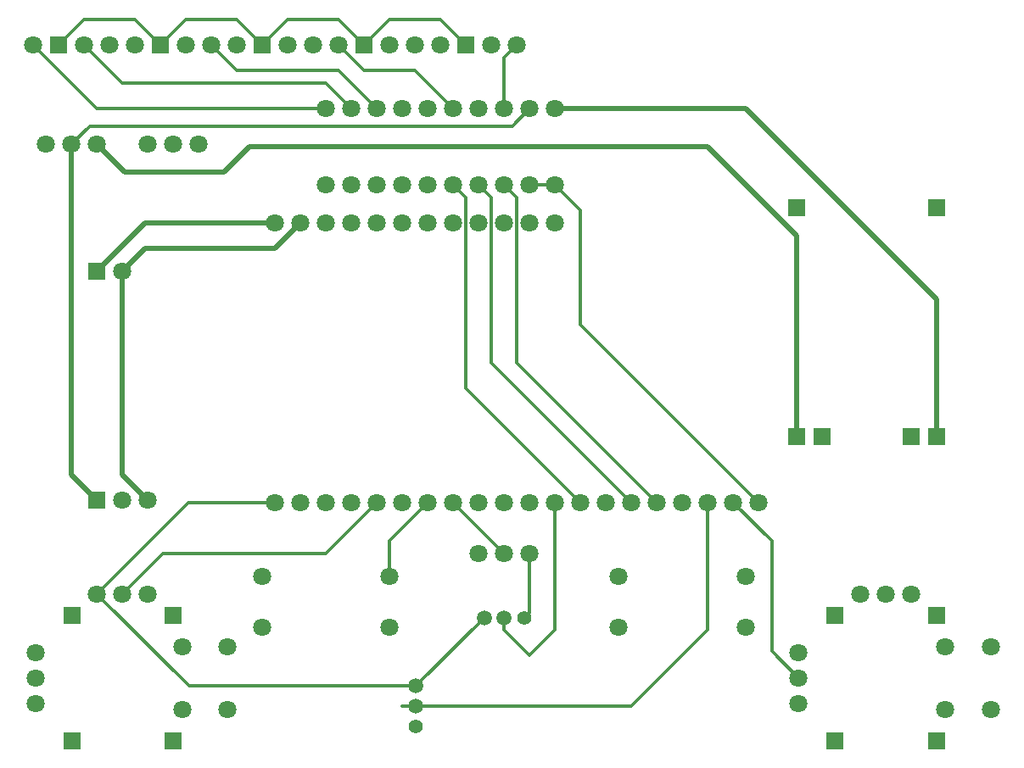
<source format=gtl>
%TF.GenerationSoftware,KiCad,Pcbnew,9.0.0*%
%TF.CreationDate,2025-03-09T19:30:42-07:00*%
%TF.ProjectId,remote,72656d6f-7465-42e6-9b69-6361645f7063,v0.1*%
%TF.SameCoordinates,Original*%
%TF.FileFunction,Copper,L1,Top*%
%TF.FilePolarity,Positive*%
%FSLAX46Y46*%
G04 Gerber Fmt 4.6, Leading zero omitted, Abs format (unit mm)*
G04 Created by KiCad (PCBNEW 9.0.0) date 2025-03-09 19:30:42*
%MOMM*%
%LPD*%
G01*
G04 APERTURE LIST*
%TA.AperFunction,ComponentPad*%
%ADD10C,1.400000*%
%TD*%
%TA.AperFunction,ComponentPad*%
%ADD11C,1.500000*%
%TD*%
%TA.AperFunction,ComponentPad*%
%ADD12C,1.800000*%
%TD*%
%TA.AperFunction,ComponentPad*%
%ADD13R,1.800000X1.800000*%
%TD*%
%TA.AperFunction,Conductor*%
%ADD14C,0.550000*%
%TD*%
%TA.AperFunction,Conductor*%
%ADD15C,0.500000*%
%TD*%
%TA.AperFunction,Conductor*%
%ADD16C,0.300000*%
%TD*%
G04 APERTURE END LIST*
D10*
%TO.P,MINI_THUNSTICK1,1,-*%
%TO.N,Net-(BUTTON1-S1_2)*%
X61069000Y-92189000D03*
D11*
%TO.P,MINI_THUNSTICK1,2,X*%
%TO.N,Net-(ESP32_UWB1-IO35)*%
X61069000Y-90189000D03*
%TO.P,MINI_THUNSTICK1,3,+*%
%TO.N,Net-(ESP32_UWB1-3V3)*%
X61069000Y-88189000D03*
D10*
%TO.P,MINI_THUNSTICK1,4,-*%
%TO.N,Net-(BUTTON1-S1_2)*%
X71869000Y-81389000D03*
D11*
%TO.P,MINI_THUNSTICK1,5,Y*%
%TO.N,Net-(ESP32_UWB1-IO25)*%
X69869000Y-81389000D03*
%TO.P,MINI_THUNSTICK1,6,+*%
%TO.N,Net-(ESP32_UWB1-3V3)*%
X67869000Y-81389000D03*
%TD*%
D12*
%TO.P,RGB_LED4,1,R*%
%TO.N,Net-(RGB_LED4-R)*%
X53359000Y-24149000D03*
D13*
%TO.P,RGB_LED4,2,VCC*%
%TO.N,Net-(ESP32_UWB1-3V3)*%
X55899000Y-24149000D03*
D12*
%TO.P,RGB_LED4,3,G*%
%TO.N,Net-(RGB_LED4-G)*%
X58439000Y-24149000D03*
%TO.P,RGB_LED4,4,B*%
%TO.N,unconnected-(RGB_LED4-B-Pad4)*%
X60979000Y-24149000D03*
%TD*%
%TO.P,R8,1*%
%TO.N,Net-(ESP32_UWB1-IO33)*%
X69869000Y-38119000D03*
%TO.P,R8,2*%
%TO.N,Net-(RGB_LED5-B)*%
X69869000Y-30499000D03*
%TD*%
%TO.P,R2,1*%
%TO.N,Net-(ESP32_UWB1-IO5)*%
X54629000Y-38119000D03*
%TO.P,R2,2*%
%TO.N,Net-(RGB_LED1-G)*%
X54629000Y-30499000D03*
%TD*%
D13*
%TO.P,THUMBSTICK1,*%
%TO.N,*%
X112989000Y-93650058D03*
X112989000Y-81150058D03*
X102889000Y-93650058D03*
X102889000Y-81150058D03*
D12*
%TO.P,THUMBSTICK1,1,-*%
%TO.N,unconnected-(THUMBSTICK1---Pad1)*%
X110479000Y-79000058D03*
%TO.P,THUMBSTICK1,2,X*%
%TO.N,unconnected-(THUMBSTICK1-X-Pad2)*%
X107939000Y-79000058D03*
%TO.P,THUMBSTICK1,3,+*%
%TO.N,unconnected-(THUMBSTICK1-+-Pad3)*%
X105399000Y-79000058D03*
%TO.P,THUMBSTICK1,4,-*%
%TO.N,Net-(BUTTON1-S1_2)*%
X99239000Y-84860058D03*
%TO.P,THUMBSTICK1,5,Y*%
%TO.N,Net-(ESP32_UWB1-IO36)*%
X99239000Y-87400058D03*
%TO.P,THUMBSTICK1,6,+*%
%TO.N,Net-(ESP32_UWB1-3V3)*%
X99239000Y-89940058D03*
%TO.P,THUMBSTICK1,7,S1_1*%
%TO.N,unconnected-(THUMBSTICK1-S1_1-Pad7)*%
X113889000Y-90550058D03*
%TO.P,THUMBSTICK1,8,S1_2*%
%TO.N,unconnected-(THUMBSTICK1-S1_2-Pad8)*%
X118439000Y-90550058D03*
%TO.P,THUMBSTICK1,9,S2_1*%
%TO.N,unconnected-(THUMBSTICK1-S2_1-Pad9)*%
X113889000Y-84250058D03*
%TO.P,THUMBSTICK1,10,S2_2*%
%TO.N,unconnected-(THUMBSTICK1-S2_2-Pad10)*%
X118439000Y-84250058D03*
%TD*%
%TO.P,R4,1*%
%TO.N,Net-(ESP32_UWB1-IO21)*%
X59709000Y-38119000D03*
%TO.P,R4,2*%
%TO.N,Net-(RGB_LED3-R)*%
X59709000Y-30499000D03*
%TD*%
%TO.P,R9,1*%
%TO.N,Net-(ESP32_UWB1-IO39)*%
X72409000Y-38119000D03*
%TO.P,R9,2*%
%TO.N,Net-(5V_DC_DC_CONVERTER1-IN_+)*%
X72409000Y-30499000D03*
%TD*%
%TO.P,ESP32_UWB1,1,3V3*%
%TO.N,Net-(ESP32_UWB1-3V3)*%
X47009000Y-69869000D03*
%TO.P,ESP32_UWB1,2,GND*%
%TO.N,Net-(ESP32_UWB1-GND-Pad2)*%
X49549000Y-69869000D03*
%TO.P,ESP32_UWB1,3,RST*%
%TO.N,unconnected-(ESP32_UWB1-RST-Pad3)*%
X52089000Y-69869000D03*
%TO.P,ESP32_UWB1,4,GND*%
%TO.N,Net-(BUTTON1-S1_2)*%
X54629000Y-69869000D03*
%TO.P,ESP32_UWB1,5,IO2*%
%TO.N,Net-(ESP32_UWB1-IO2)*%
X57169000Y-69869000D03*
%TO.P,ESP32_UWB1,6,IO12*%
%TO.N,Net-(ESP32_UWB1-IO12)*%
X59709000Y-69869000D03*
%TO.P,ESP32_UWB1,7,IO13*%
%TO.N,Net-(BUTTON2-S2_1)*%
X62249000Y-69869000D03*
%TO.P,ESP32_UWB1,8,IO14*%
%TO.N,Net-(ESP32_UWB1-IO14)*%
X64789000Y-69869000D03*
%TO.P,ESP32_UWB1,9,IO15*%
%TO.N,Net-(BUTTON1-S1_1)*%
X67329000Y-69869000D03*
%TO.P,ESP32_UWB1,10,IO18*%
%TO.N,unconnected-(ESP32_UWB1-IO18-Pad10)*%
X69869000Y-69869000D03*
%TO.P,ESP32_UWB1,11,IO19*%
%TO.N,unconnected-(ESP32_UWB1-IO19-Pad11)*%
X72409000Y-69869000D03*
%TO.P,ESP32_UWB1,12,IO25*%
%TO.N,Net-(ESP32_UWB1-IO25)*%
X74949000Y-69869000D03*
%TO.P,ESP32_UWB1,13,IO26*%
%TO.N,Net-(ESP32_UWB1-IO26)*%
X77489000Y-69869000D03*
%TO.P,ESP32_UWB1,14,IO27*%
%TO.N,unconnected-(ESP32_UWB1-IO27-Pad14)*%
X80029000Y-69869000D03*
%TO.P,ESP32_UWB1,15,IO32*%
%TO.N,Net-(ESP32_UWB1-IO32)*%
X82569000Y-69869000D03*
%TO.P,ESP32_UWB1,16,IO33*%
%TO.N,Net-(ESP32_UWB1-IO33)*%
X85109000Y-69869000D03*
%TO.P,ESP32_UWB1,17,IO34*%
%TO.N,unconnected-(ESP32_UWB1-IO34-Pad17)*%
X87649000Y-69869000D03*
%TO.P,ESP32_UWB1,18,IO35*%
%TO.N,Net-(ESP32_UWB1-IO35)*%
X90189000Y-69869000D03*
%TO.P,ESP32_UWB1,19,IO36*%
%TO.N,Net-(ESP32_UWB1-IO36)*%
X92729000Y-69869000D03*
%TO.P,ESP32_UWB1,20,IO39*%
%TO.N,Net-(ESP32_UWB1-IO39)*%
X95269000Y-69869000D03*
%TO.P,ESP32_UWB1,21,5V0*%
%TO.N,Net-(5V_DC_DC_CONVERTER1-OUT_+)*%
X47009000Y-41929000D03*
%TO.P,ESP32_UWB1,22,GND*%
%TO.N,Net-(3.7V_BATTERY_CHARGER1-OUT-)*%
X49549000Y-41929000D03*
%TO.P,ESP32_UWB1,23,IO3*%
%TO.N,unconnected-(ESP32_UWB1-IO3-Pad23)*%
X52089000Y-41929000D03*
%TO.P,ESP32_UWB1,24,IO1*%
%TO.N,unconnected-(ESP32_UWB1-IO1-Pad24)*%
X54629000Y-41929000D03*
%TO.P,ESP32_UWB1,25,IO0*%
%TO.N,unconnected-(ESP32_UWB1-IO0-Pad25)*%
X57169000Y-41929000D03*
%TO.P,ESP32_UWB1,26,IO4*%
%TO.N,unconnected-(ESP32_UWB1-IO4-Pad26)*%
X59709000Y-41929000D03*
%TO.P,ESP32_UWB1,27,IO5*%
%TO.N,Net-(ESP32_UWB1-IO5)*%
X62249000Y-41929000D03*
%TO.P,ESP32_UWB1,28,IO16*%
%TO.N,Net-(ESP32_UWB1-IO16)*%
X64789000Y-41929000D03*
%TO.P,ESP32_UWB1,29,IO17*%
%TO.N,Net-(ESP32_UWB1-IO17)*%
X67329000Y-41929000D03*
%TO.P,ESP32_UWB1,30,IO21*%
%TO.N,Net-(ESP32_UWB1-IO21)*%
X69869000Y-41929000D03*
%TO.P,ESP32_UWB1,31,IO22*%
%TO.N,Net-(ESP32_UWB1-IO22)*%
X72409000Y-41929000D03*
%TO.P,ESP32_UWB1,32,IO23*%
%TO.N,unconnected-(ESP32_UWB1-IO23-Pad32)*%
X74949000Y-41929000D03*
%TD*%
%TO.P,ON_OFF_SWITCH1,1*%
%TO.N,unconnected-(ON_OFF_SWITCH1-Pad1)*%
X24149000Y-34060058D03*
%TO.P,ON_OFF_SWITCH1,2*%
%TO.N,Net-(5V_DC_DC_CONVERTER1-IN_+)*%
X26689000Y-34060058D03*
%TO.P,ON_OFF_SWITCH1,3*%
%TO.N,Net-(3.7V_BATTERY_CHARGER1-OUT+)*%
X29229000Y-34060058D03*
%TD*%
%TO.P,R7,1*%
%TO.N,Net-(ESP32_UWB1-IO32)*%
X67329000Y-38119000D03*
%TO.P,R7,2*%
%TO.N,Net-(RGB_LED4-G)*%
X67329000Y-30499000D03*
%TD*%
%TO.P,BUTTON2,1,S1_1*%
%TO.N,unconnected-(BUTTON2-S1_1-Pad1)*%
X45709000Y-77240058D03*
%TO.P,BUTTON2,2,S1_2*%
%TO.N,unconnected-(BUTTON2-S1_2-Pad2)*%
X45709000Y-82320058D03*
%TO.P,BUTTON2,3,S2_1*%
%TO.N,Net-(BUTTON2-S2_1)*%
X58409000Y-77240058D03*
%TO.P,BUTTON2,4,S2_2*%
%TO.N,Net-(BUTTON1-S1_2)*%
X58409000Y-82320058D03*
%TD*%
%TO.P,RGB_LED1,1,R*%
%TO.N,Net-(RGB_LED1-R)*%
X22879000Y-24149000D03*
D13*
%TO.P,RGB_LED1,2,VCC*%
%TO.N,Net-(ESP32_UWB1-3V3)*%
X25419000Y-24149000D03*
D12*
%TO.P,RGB_LED1,3,G*%
%TO.N,Net-(RGB_LED1-G)*%
X27959000Y-24149000D03*
%TO.P,RGB_LED1,4,B*%
%TO.N,unconnected-(RGB_LED1-B-Pad4)*%
X30499000Y-24149000D03*
%TD*%
%TO.P,R1,1*%
%TO.N,Net-(ESP32_UWB1-IO16)*%
X52089000Y-38119000D03*
%TO.P,R1,2*%
%TO.N,Net-(RGB_LED1-R)*%
X52089000Y-30499000D03*
%TD*%
D13*
%TO.P,THUMBSTICK2,*%
%TO.N,*%
X36819000Y-93650058D03*
X36819000Y-81150058D03*
X26719000Y-93650058D03*
X26719000Y-81150058D03*
D12*
%TO.P,THUMBSTICK2,1,-*%
%TO.N,Net-(BUTTON1-S1_2)*%
X34309000Y-79000058D03*
%TO.P,THUMBSTICK2,2,X*%
%TO.N,Net-(ESP32_UWB1-IO2)*%
X31769000Y-79000058D03*
%TO.P,THUMBSTICK2,3,+*%
%TO.N,Net-(ESP32_UWB1-3V3)*%
X29229000Y-79000058D03*
%TO.P,THUMBSTICK2,4,-*%
%TO.N,unconnected-(THUMBSTICK2---Pad4)*%
X23069000Y-84860058D03*
%TO.P,THUMBSTICK2,5,Y*%
%TO.N,unconnected-(THUMBSTICK2-Y-Pad5)*%
X23069000Y-87400058D03*
%TO.P,THUMBSTICK2,6,+*%
%TO.N,unconnected-(THUMBSTICK2-+-Pad6)*%
X23069000Y-89940058D03*
%TO.P,THUMBSTICK2,7,S1_1*%
%TO.N,unconnected-(THUMBSTICK2-S1_1-Pad7)*%
X37719000Y-90550058D03*
%TO.P,THUMBSTICK2,8,S1_2*%
%TO.N,unconnected-(THUMBSTICK2-S1_2-Pad8)*%
X42269000Y-90550058D03*
%TO.P,THUMBSTICK2,9,S2_1*%
%TO.N,unconnected-(THUMBSTICK2-S2_1-Pad9)*%
X37719000Y-84250058D03*
%TO.P,THUMBSTICK2,10,S2_2*%
%TO.N,unconnected-(THUMBSTICK2-S2_2-Pad10)*%
X42269000Y-84250058D03*
%TD*%
D13*
%TO.P,5V_DC_DC_CONVERTER1,1,IN_+*%
%TO.N,Net-(5V_DC_DC_CONVERTER1-IN_+)*%
X29229000Y-69620058D03*
D12*
%TO.P,5V_DC_DC_CONVERTER1,2,CTL*%
%TO.N,unconnected-(5V_DC_DC_CONVERTER1-CTL-Pad2)*%
X31769000Y-69620058D03*
%TO.P,5V_DC_DC_CONVERTER1,3,IN_-*%
%TO.N,Net-(3.7V_BATTERY_CHARGER1-OUT-)*%
X34309000Y-69620058D03*
D13*
%TO.P,5V_DC_DC_CONVERTER1,4,OUT_+*%
%TO.N,Net-(5V_DC_DC_CONVERTER1-OUT_+)*%
X29229000Y-46760058D03*
D12*
%TO.P,5V_DC_DC_CONVERTER1,5,OUT_-*%
%TO.N,Net-(3.7V_BATTERY_CHARGER1-OUT-)*%
X31769000Y-46760058D03*
%TD*%
%TO.P,BUTTON1,1,S1_1*%
%TO.N,Net-(BUTTON1-S1_1)*%
X81269000Y-77240058D03*
%TO.P,BUTTON1,2,S1_2*%
%TO.N,Net-(BUTTON1-S1_2)*%
X81269000Y-82320058D03*
%TO.P,BUTTON1,3,S2_1*%
%TO.N,unconnected-(BUTTON1-S2_1-Pad3)*%
X93969000Y-77240058D03*
%TO.P,BUTTON1,4,S2_2*%
%TO.N,unconnected-(BUTTON1-S2_2-Pad4)*%
X93969000Y-82320058D03*
%TD*%
%TO.P,RGB_LED2,1,R*%
%TO.N,unconnected-(RGB_LED2-R-Pad1)*%
X33039000Y-24149000D03*
D13*
%TO.P,RGB_LED2,2,VCC*%
%TO.N,Net-(ESP32_UWB1-3V3)*%
X35579000Y-24149000D03*
D12*
%TO.P,RGB_LED2,3,G*%
%TO.N,unconnected-(RGB_LED2-G-Pad3)*%
X38119000Y-24149000D03*
%TO.P,RGB_LED2,4,B*%
%TO.N,Net-(RGB_LED2-B)*%
X40659000Y-24149000D03*
%TD*%
%TO.P,R6,1*%
%TO.N,Net-(ESP32_UWB1-IO26)*%
X64789000Y-38119000D03*
%TO.P,R6,2*%
%TO.N,Net-(RGB_LED4-R)*%
X64789000Y-30499000D03*
%TD*%
%TO.P,R10,1*%
%TO.N,Net-(ESP32_UWB1-IO39)*%
X74949000Y-38119000D03*
%TO.P,R10,2*%
%TO.N,Net-(3.7V_BATTERY_CHARGER1-OUT-)*%
X74949000Y-30499000D03*
%TD*%
%TO.P,RGB_LED3,1,R*%
%TO.N,Net-(RGB_LED3-R)*%
X43199000Y-24149000D03*
D13*
%TO.P,RGB_LED3,2,VCC*%
%TO.N,Net-(ESP32_UWB1-3V3)*%
X45739000Y-24149000D03*
D12*
%TO.P,RGB_LED3,3,G*%
%TO.N,Net-(RGB_LED3-G)*%
X48279000Y-24149000D03*
%TO.P,RGB_LED3,4,B*%
%TO.N,unconnected-(RGB_LED3-B-Pad4)*%
X50819000Y-24149000D03*
%TD*%
%TO.P,LOCK_SWITCH1,1*%
%TO.N,unconnected-(LOCK_SWITCH1-Pad1)*%
X67329000Y-74949000D03*
%TO.P,LOCK_SWITCH1,2*%
%TO.N,Net-(ESP32_UWB1-IO14)*%
X69869000Y-74949000D03*
%TO.P,LOCK_SWITCH1,3*%
%TO.N,Net-(BUTTON1-S1_2)*%
X72409000Y-74949000D03*
%TD*%
%TO.P,R3,1*%
%TO.N,Net-(ESP32_UWB1-IO17)*%
X57169000Y-38119000D03*
%TO.P,R3,2*%
%TO.N,Net-(RGB_LED2-B)*%
X57169000Y-30499000D03*
%TD*%
%TO.P,UWB_SELECTOR1,1*%
%TO.N,unconnected-(UWB_SELECTOR1-Pad1)*%
X34309000Y-34060058D03*
%TO.P,UWB_SELECTOR1,2*%
%TO.N,Net-(ESP32_UWB1-GND-Pad2)*%
X36849000Y-34060058D03*
%TO.P,UWB_SELECTOR1,3*%
%TO.N,Net-(ESP32_UWB1-IO12)*%
X39389000Y-34060058D03*
%TD*%
%TO.P,R5,1*%
%TO.N,Net-(ESP32_UWB1-IO22)*%
X62249000Y-38119000D03*
%TO.P,R5,2*%
%TO.N,Net-(RGB_LED3-G)*%
X62249000Y-30499000D03*
%TD*%
%TO.P,RGB_LED5,1,R*%
%TO.N,unconnected-(RGB_LED5-R-Pad1)*%
X63519000Y-24149000D03*
D13*
%TO.P,RGB_LED5,2,VCC*%
%TO.N,Net-(ESP32_UWB1-3V3)*%
X66059000Y-24149000D03*
D12*
%TO.P,RGB_LED5,3,G*%
%TO.N,unconnected-(RGB_LED5-G-Pad3)*%
X68599000Y-24149000D03*
%TO.P,RGB_LED5,4,B*%
%TO.N,Net-(RGB_LED5-B)*%
X71139000Y-24149000D03*
%TD*%
D13*
%TO.P,3.7V_BATTERY_CHARGER1,1,+*%
%TO.N,unconnected-(3.7V_BATTERY_CHARGER1-+-Pad1)*%
X99079000Y-40410058D03*
%TO.P,3.7V_BATTERY_CHARGER1,2,-*%
%TO.N,unconnected-(3.7V_BATTERY_CHARGER1---Pad2)*%
X113049000Y-40410058D03*
%TO.P,3.7V_BATTERY_CHARGER1,3,OUT+*%
%TO.N,Net-(3.7V_BATTERY_CHARGER1-OUT+)*%
X99079000Y-63270058D03*
%TO.P,3.7V_BATTERY_CHARGER1,4,B+*%
%TO.N,unconnected-(3.7V_BATTERY_CHARGER1-B+-Pad4)*%
X101619000Y-63270058D03*
%TO.P,3.7V_BATTERY_CHARGER1,5,B-*%
%TO.N,unconnected-(3.7V_BATTERY_CHARGER1-B--Pad5)*%
X110509000Y-63270058D03*
%TO.P,3.7V_BATTERY_CHARGER1,6,OUT-*%
%TO.N,Net-(3.7V_BATTERY_CHARGER1-OUT-)*%
X113049000Y-63270058D03*
%TD*%
D14*
%TO.N,Net-(3.7V_BATTERY_CHARGER1-OUT+)*%
X99079000Y-63270058D02*
X99079000Y-43199000D01*
X29229000Y-34060058D02*
X32017942Y-36849000D01*
X99079000Y-63270058D02*
X98830058Y-63270058D01*
X41929000Y-36849000D02*
X44469000Y-34309000D01*
X99079000Y-43199000D02*
X90189000Y-34309000D01*
X32017942Y-36849000D02*
X41929000Y-36849000D01*
X90189000Y-34309000D02*
X44469000Y-34309000D01*
D15*
%TO.N,Net-(3.7V_BATTERY_CHARGER1-OUT-)*%
X49549000Y-41929000D02*
X47009000Y-44469000D01*
X31769000Y-46760058D02*
X31769000Y-67080058D01*
X31769000Y-67080058D02*
X34309000Y-69620058D01*
X47009000Y-44469000D02*
X34060058Y-44469000D01*
X34060058Y-44469000D02*
X31769000Y-46760058D01*
X113049000Y-63270058D02*
X113049000Y-49549000D01*
X93999000Y-30499000D02*
X74949000Y-30499000D01*
X113049000Y-49549000D02*
X93999000Y-30499000D01*
%TO.N,Net-(5V_DC_DC_CONVERTER1-OUT_+)*%
X34060058Y-41929000D02*
X47009000Y-41929000D01*
X29229000Y-46760058D02*
X34060058Y-41929000D01*
%TO.N,Net-(5V_DC_DC_CONVERTER1-IN_+)*%
X29229000Y-69620058D02*
X26689000Y-67080058D01*
D16*
X70657127Y-32250873D02*
X72409000Y-30499000D01*
X26689000Y-34060058D02*
X28498185Y-32250873D01*
X28498185Y-32250873D02*
X70657127Y-32250873D01*
D15*
X26689000Y-67080058D02*
X26689000Y-34060058D01*
D16*
%TO.N,Net-(ESP32_UWB1-IO25)*%
X69869000Y-82569000D02*
X72409000Y-85109000D01*
X74949000Y-82569000D02*
X74949000Y-69869000D01*
X69869000Y-81389000D02*
X69869000Y-82569000D01*
X72409000Y-85109000D02*
X74949000Y-82569000D01*
%TO.N,Net-(ESP32_UWB1-3V3)*%
X33039000Y-21609000D02*
X27959000Y-21609000D01*
X55899000Y-24149000D02*
X53359000Y-21609000D01*
X43199000Y-21609000D02*
X38119000Y-21609000D01*
X27959000Y-21609000D02*
X25419000Y-24149000D01*
X58439000Y-21609000D02*
X63519000Y-21609000D01*
X48279000Y-21609000D02*
X45739000Y-24149000D01*
X61069000Y-88189000D02*
X67869000Y-81389000D01*
X38360058Y-69869000D02*
X47009000Y-69869000D01*
X55899000Y-24149000D02*
X58439000Y-21609000D01*
X61069000Y-88189000D02*
X38417942Y-88189000D01*
X29229000Y-79000058D02*
X38360058Y-69869000D01*
X35579000Y-24149000D02*
X33039000Y-21609000D01*
X53359000Y-21609000D02*
X48279000Y-21609000D01*
X63519000Y-21609000D02*
X66059000Y-24149000D01*
X38119000Y-21609000D02*
X35579000Y-24149000D01*
X45739000Y-24149000D02*
X43199000Y-21609000D01*
X38417942Y-88189000D02*
X29229000Y-79000058D01*
%TO.N,Net-(ESP32_UWB1-IO39)*%
X74949000Y-38119000D02*
X72409000Y-38119000D01*
X77489000Y-52089000D02*
X95269000Y-69869000D01*
X74949000Y-38119000D02*
X77489000Y-40659000D01*
X77489000Y-40659000D02*
X77489000Y-52089000D01*
%TO.N,Net-(RGB_LED1-R)*%
X22879000Y-24149000D02*
X29229000Y-30499000D01*
X29229000Y-30499000D02*
X52089000Y-30499000D01*
%TO.N,Net-(RGB_LED1-G)*%
X52070000Y-27940000D02*
X54629000Y-30499000D01*
X31750000Y-27940000D02*
X52070000Y-27940000D01*
X27959000Y-24149000D02*
X31750000Y-27940000D01*
%TO.N,Net-(RGB_LED2-B)*%
X53359000Y-26689000D02*
X57169000Y-30499000D01*
X40659000Y-24149000D02*
X43199000Y-26689000D01*
X43199000Y-26689000D02*
X53359000Y-26689000D01*
%TO.N,Net-(BUTTON2-S2_1)*%
X58409000Y-73709000D02*
X62249000Y-69869000D01*
X58409000Y-77240058D02*
X58409000Y-73709000D01*
%TO.N,Net-(ESP32_UWB1-IO14)*%
X64789000Y-69869000D02*
X69869000Y-74949000D01*
%TO.N,Net-(ESP32_UWB1-IO36)*%
X92729000Y-69869000D02*
X96549000Y-73689000D01*
X96549000Y-84710058D02*
X96549000Y-73689000D01*
X99239000Y-87400058D02*
X96549000Y-84710058D01*
%TO.N,Net-(ESP32_UWB1-IO33)*%
X71120000Y-39370000D02*
X71120000Y-55880000D01*
X71120000Y-55880000D02*
X85109000Y-69869000D01*
X69869000Y-38119000D02*
X71120000Y-39370000D01*
%TO.N,Net-(ESP32_UWB1-IO2)*%
X35820058Y-74949000D02*
X52089000Y-74949000D01*
X52089000Y-74949000D02*
X57169000Y-69869000D01*
X31769000Y-79000058D02*
X35820058Y-74949000D01*
%TO.N,Net-(ESP32_UWB1-IO26)*%
X66040000Y-39370000D02*
X66040000Y-58420000D01*
X66040000Y-58420000D02*
X77489000Y-69869000D01*
X64789000Y-38119000D02*
X66040000Y-39370000D01*
%TO.N,Net-(RGB_LED4-R)*%
X60979000Y-26689000D02*
X64789000Y-30499000D01*
X55899000Y-26689000D02*
X60979000Y-26689000D01*
X53359000Y-24149000D02*
X55899000Y-26689000D01*
%TO.N,Net-(RGB_LED5-B)*%
X71139000Y-24149000D02*
X69869000Y-25419000D01*
X69869000Y-25419000D02*
X69869000Y-30499000D01*
%TO.N,Net-(BUTTON1-S1_2)*%
X72409000Y-74949000D02*
X72409000Y-80849000D01*
X72409000Y-80849000D02*
X71869000Y-81389000D01*
%TO.N,Net-(ESP32_UWB1-IO35)*%
X59709000Y-90189000D02*
X61069000Y-90189000D01*
X82569000Y-90189000D02*
X90189000Y-82569000D01*
X61069000Y-90189000D02*
X82569000Y-90189000D01*
X90189000Y-82569000D02*
X90189000Y-69869000D01*
%TO.N,Net-(ESP32_UWB1-IO32)*%
X68580000Y-55880000D02*
X82569000Y-69869000D01*
X68580000Y-39370000D02*
X68580000Y-55880000D01*
X67329000Y-38119000D02*
X68580000Y-39370000D01*
%TD*%
M02*

</source>
